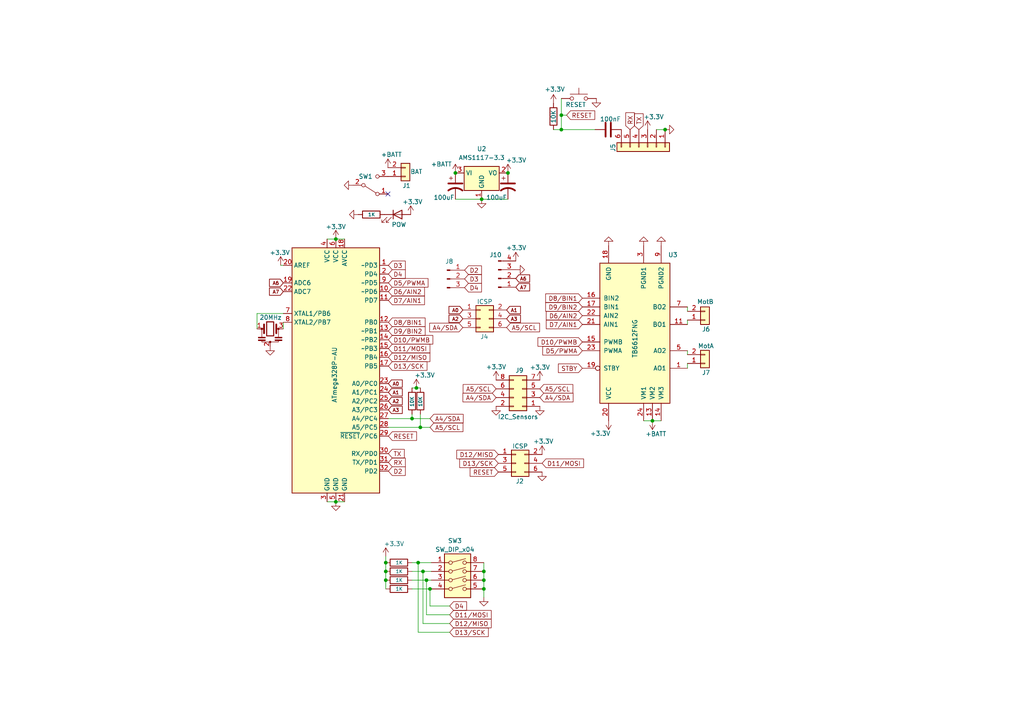
<source format=kicad_sch>
(kicad_sch (version 20230121) (generator eeschema)
  (paper "A4")
  (lib_symbols
    (symbol "ATmega328P-A_1"
      (property "Value" "ATmega328P-AU " (at -0.381 -9.398 90))
      (symbol "ATmega328P-A_1_0_1"
        (rectangle (start -12.7 -35.56) (end 12.7 35.56) (stroke (width 0.254)) (fill (type background)))
      )
      (symbol "ATmega328P-A_1_1_1"
        (pin bidirectional line (at 15.24 30.48 180) (length 2.54) (name "~PD3") (number "1"))
        (pin bidirectional line (at 15.24 22.86 180) (length 2.54) (name "~PD6") (number "10"))
        (pin bidirectional line (at 15.24 20.32 180) (length 2.54) (name "PD7") (number "11"))
        (pin bidirectional line (at 15.24 13.97 180) (length 2.54) (name "PB0") (number "12"))
        (pin bidirectional line (at 15.24 11.43 180) (length 2.54) (name "~PB1") (number "13"))
        (pin bidirectional line (at 15.24 8.89 180) (length 2.54) (name "~PB2") (number "14"))
        (pin bidirectional line (at 15.24 6.35 180) (length 2.54) (name "~PB3") (number "15"))
        (pin bidirectional line (at 15.24 3.81 180) (length 2.54) (name "PB4") (number "16"))
        (pin bidirectional line (at 15.24 1.27 180) (length 2.54) (name "PB5") (number "17"))
        (pin power_in line (at 2.54 38.1 270) (length 2.54) (name "AVCC") (number "18"))
        (pin input line (at -15.24 25.4 0) (length 2.54) (name "ADC6") (number "19"))
        (pin bidirectional line (at 15.24 27.94 180) (length 2.54) (name "PD4") (number "2"))
        (pin passive line (at -15.24 30.48 0) (length 2.54) (name "AREF") (number "20"))
        (pin passive line (at 2.54 -38.1 90) (length 2.54) (name "GND") (number "21"))
        (pin input line (at -15.24 22.86 0) (length 2.54) (name "ADC7") (number "22"))
        (pin bidirectional line (at 15.24 -3.81 180) (length 2.54) (name "A0/PC0") (number "23"))
        (pin bidirectional line (at 15.24 -6.35 180) (length 2.54) (name "A1/PC1") (number "24"))
        (pin bidirectional line (at 15.24 -8.89 180) (length 2.54) (name "A2/PC2") (number "25"))
        (pin bidirectional line (at 15.24 -11.43 180) (length 2.54) (name "A3/PC3") (number "26"))
        (pin bidirectional line (at 15.24 -13.97 180) (length 2.54) (name "A4/PC4") (number "27"))
        (pin bidirectional line (at 15.24 -16.51 180) (length 2.54) (name "A5/PC5") (number "28"))
        (pin bidirectional line (at 15.24 -19.05 180) (length 2.54) (name "~{RESET}/PC6") (number "29"))
        (pin power_in line (at -2.54 -38.1 90) (length 2.54) (name "GND") (number "3"))
        (pin bidirectional line (at 15.24 -24.13 180) (length 2.54) (name "RX/PD0") (number "30"))
        (pin bidirectional line (at 15.24 -26.67 180) (length 2.54) (name "TX/PD1") (number "31"))
        (pin bidirectional line (at 15.24 -29.21 180) (length 2.54) (name "PD2") (number "32"))
        (pin power_in line (at -2.54 38.1 270) (length 2.54) (name "VCC") (number "4"))
        (pin passive line (at 0 -38.1 90) (length 2.54) (name "GND") (number "5"))
        (pin passive line (at 0 38.1 270) (length 2.54) (name "VCC") (number "6"))
        (pin bidirectional line (at -15.24 16.51 0) (length 2.54) (name "XTAL1/PB6") (number "7"))
        (pin bidirectional line (at -15.24 13.97 0) (length 2.54) (name "XTAL2/PB7") (number "8"))
        (pin bidirectional line (at 15.24 25.4 180) (length 2.54) (name "~PD5") (number "9"))
      )
    )
    (symbol "Connector:Conn_01x03_Pin" (pin_names (offset 1.016) hide)
      (property "Reference" "J" (at 0 5.08 0))
      (property "Value" "Conn_01x03_Pin" (at 0 -5.08 0))
      (symbol "Conn_01x03_Pin_1_1"
        (polyline (pts (xy 1.27 -2.54) (xy 0.8636 -2.54)) (stroke (width 0.1524)))
        (polyline (pts (xy 1.27 0) (xy 0.8636 0)) (stroke (width 0.1524)))
        (polyline (pts (xy 1.27 2.54) (xy 0.8636 2.54)) (stroke (width 0.1524)))
        (rectangle (start 0.8636 -2.413) (end 0 -2.667) (stroke (width 0.1524)) (fill (type outline)))
        (rectangle (start 0.8636 0.127) (end 0 -0.127) (stroke (width 0.1524)) (fill (type outline)))
        (rectangle (start 0.8636 2.667) (end 0 2.413) (stroke (width 0.1524)) (fill (type outline)))
        (pin passive line (at 5.08 2.54 180) (length 3.81) (name "Pin_1") (number "1"))
        (pin passive line (at 5.08 0 180) (length 3.81) (name "Pin_2") (number "2"))
        (pin passive line (at 5.08 -2.54 180) (length 3.81) (name "Pin_3") (number "3"))
      )
    )
    (symbol "Connector:Conn_01x04_Pin" (pin_names (offset 1.016) hide)
      (property "Reference" "J" (at 0 5.08 0))
      (property "Value" "Conn_01x04_Pin" (at 0 -7.62 0))
      (symbol "Conn_01x04_Pin_1_1"
        (polyline (pts (xy 1.27 -5.08) (xy 0.8636 -5.08)) (stroke (width 0.1524)))
        (polyline (pts (xy 1.27 -2.54) (xy 0.8636 -2.54)) (stroke (width 0.1524)))
        (polyline (pts (xy 1.27 0) (xy 0.8636 0)) (stroke (width 0.1524)))
        (polyline (pts (xy 1.27 2.54) (xy 0.8636 2.54)) (stroke (width 0.1524)))
        (rectangle (start 0.8636 -4.953) (end 0 -5.207) (stroke (width 0.1524)) (fill (type outline)))
        (rectangle (start 0.8636 -2.413) (end 0 -2.667) (stroke (width 0.1524)) (fill (type outline)))
        (rectangle (start 0.8636 0.127) (end 0 -0.127) (stroke (width 0.1524)) (fill (type outline)))
        (rectangle (start 0.8636 2.667) (end 0 2.413) (stroke (width 0.1524)) (fill (type outline)))
        (pin passive line (at 5.08 2.54 180) (length 3.81) (name "Pin_1") (number "1"))
        (pin passive line (at 5.08 0 180) (length 3.81) (name "Pin_2") (number "2"))
        (pin passive line (at 5.08 -2.54 180) (length 3.81) (name "Pin_3") (number "3"))
        (pin passive line (at 5.08 -5.08 180) (length 3.81) (name "Pin_4") (number "4"))
      )
    )
    (symbol "Connector_Generic:Conn_01x02" (pin_names (offset 1.016) hide)
      (property "Reference" "J" (at 0 2.54 0))
      (property "Value" "Conn_01x02" (at 0 -5.08 0))
      (symbol "Conn_01x02_1_1"
        (rectangle (start -1.27 -2.413) (end 0 -2.667) (stroke (width 0.1524)))
        (rectangle (start -1.27 0.127) (end 0 -0.127) (stroke (width 0.1524)))
        (rectangle (start -1.27 1.27) (end 1.27 -3.81) (stroke (width 0.254)) (fill (type background)))
        (pin passive line (at -5.08 0 0) (length 3.81) (name "Pin_1") (number "1"))
        (pin passive line (at -5.08 -2.54 0) (length 3.81) (name "Pin_2") (number "2"))
      )
    )
    (symbol "Connector_Generic:Conn_02x03_Odd_Even" (pin_names (offset 1.016) hide)
      (property "Reference" "J" (at 1.27 5.08 0))
      (property "Value" "Conn_02x03_Odd_Even" (at 1.27 -5.08 0))
      (symbol "Conn_02x03_Odd_Even_1_1"
        (rectangle (start -1.27 -2.413) (end 0 -2.667) (stroke (width 0.1524)))
        (rectangle (start -1.27 0.127) (end 0 -0.127) (stroke (width 0.1524)))
        (rectangle (start -1.27 2.667) (end 0 2.413) (stroke (width 0.1524)))
        (rectangle (start -1.27 3.81) (end 3.81 -3.81) (stroke (width 0.254)) (fill (type background)))
        (rectangle (start 3.81 -2.413) (end 2.54 -2.667) (stroke (width 0.1524)))
        (rectangle (start 3.81 0.127) (end 2.54 -0.127) (stroke (width 0.1524)))
        (rectangle (start 3.81 2.667) (end 2.54 2.413) (stroke (width 0.1524)))
        (pin passive line (at -5.08 2.54 0) (length 3.81) (name "Pin_1") (number "1"))
        (pin passive line (at 7.62 2.54 180) (length 3.81) (name "Pin_2") (number "2"))
        (pin passive line (at -5.08 0 0) (length 3.81) (name "Pin_3") (number "3"))
        (pin passive line (at 7.62 0 180) (length 3.81) (name "Pin_4") (number "4"))
        (pin passive line (at -5.08 -2.54 0) (length 3.81) (name "Pin_5") (number "5"))
        (pin passive line (at 7.62 -2.54 180) (length 3.81) (name "Pin_6") (number "6"))
      )
    )
    (symbol "Connector_Generic:Conn_02x04_Odd_Even" (pin_names (offset 1.016) hide)
      (property "Reference" "J" (at 1.27 5.08 0))
      (property "Value" "Conn_02x04_Odd_Even" (at 1.27 -7.62 0))
      (symbol "Conn_02x04_Odd_Even_1_1"
        (rectangle (start -1.27 -4.953) (end 0 -5.207) (stroke (width 0.1524)))
        (rectangle (start -1.27 -2.413) (end 0 -2.667) (stroke (width 0.1524)))
        (rectangle (start -1.27 0.127) (end 0 -0.127) (stroke (width 0.1524)))
        (rectangle (start -1.27 2.667) (end 0 2.413) (stroke (width 0.1524)))
        (rectangle (start -1.27 3.81) (end 3.81 -6.35) (stroke (width 0.254)) (fill (type background)))
        (rectangle (start 3.81 -4.953) (end 2.54 -5.207) (stroke (width 0.1524)))
        (rectangle (start 3.81 -2.413) (end 2.54 -2.667) (stroke (width 0.1524)))
        (rectangle (start 3.81 0.127) (end 2.54 -0.127) (stroke (width 0.1524)))
        (rectangle (start 3.81 2.667) (end 2.54 2.413) (stroke (width 0.1524)))
        (pin passive line (at -5.08 2.54 0) (length 3.81) (name "Pin_1") (number "1"))
        (pin passive line (at 7.62 2.54 180) (length 3.81) (name "Pin_2") (number "2"))
        (pin passive line (at -5.08 0 0) (length 3.81) (name "Pin_3") (number "3"))
        (pin passive line (at 7.62 0 180) (length 3.81) (name "Pin_4") (number "4"))
        (pin passive line (at -5.08 -2.54 0) (length 3.81) (name "Pin_5") (number "5"))
        (pin passive line (at 7.62 -2.54 180) (length 3.81) (name "Pin_6") (number "6"))
        (pin passive line (at -5.08 -5.08 0) (length 3.81) (name "Pin_7") (number "7"))
        (pin passive line (at 7.62 -5.08 180) (length 3.81) (name "Pin_8") (number "8"))
      )
    )
    (symbol "Connector_Generic_MountingPin:Conn_01x06_MountingPin" (pin_names (offset 1.016) hide)
      (symbol "Conn_01x06_MountingPin_1_1"
        (rectangle (start -1.27 -7.493) (end 0 -7.747) (stroke (width 0.1524)))
        (rectangle (start -1.27 -4.953) (end 0 -5.207) (stroke (width 0.1524)))
        (rectangle (start -1.27 -2.413) (end 0 -2.667) (stroke (width 0.1524)))
        (rectangle (start -1.27 0.127) (end 0 -0.127) (stroke (width 0.1524)))
        (rectangle (start -1.27 2.667) (end 0 2.413) (stroke (width 0.1524)))
        (rectangle (start -1.27 5.207) (end 0 4.953) (stroke (width 0.1524)))
        (rectangle (start -1.27 6.35) (end 1.27 -8.89) (stroke (width 0.254)) (fill (type background)))
        (pin passive line (at -5.08 5.08 0) (length 3.81) (name "Pin_1") (number "1"))
        (pin passive line (at -5.08 2.54 0) (length 3.81) (name "Pin_2") (number "2"))
        (pin passive line (at -5.08 0 0) (length 3.81) (name "Pin_3") (number "3"))
        (pin passive line (at -5.08 -2.54 0) (length 3.81) (name "Pin_4") (number "4"))
        (pin passive line (at -5.08 -5.08 0) (length 3.81) (name "Pin_5") (number "5"))
        (pin passive line (at -5.08 -7.62 0) (length 3.81) (name "Pin_6") (number "6"))
      )
    )
    (symbol "Device:C" (pin_numbers hide) (pin_names (offset 0.254))
      (property "Reference" "C" (at 0.635 2.54 0))
      (property "Value" "C" (at 0.635 -2.54 0))
      (symbol "C_0_1"
        (polyline (pts (xy -2.032 -0.762) (xy 2.032 -0.762)) (stroke (width 0.508)))
        (polyline (pts (xy -2.032 0.762) (xy 2.032 0.762)) (stroke (width 0.508)))
      )
      (symbol "C_1_1"
        (pin passive line (at 0 3.81 270) (length 2.794) (name "~") (number "1"))
        (pin passive line (at 0 -3.81 90) (length 2.794) (name "~") (number "2"))
      )
    )
    (symbol "Device:C_Polarized_US" (pin_numbers hide) (pin_names (offset 0.254) hide)
      (property "Reference" "C" (at 0.635 2.54 0))
      (property "Value" "C_Polarized_US" (at 0.635 -2.54 0))
      (symbol "C_Polarized_US_0_1"
        (polyline (pts (xy -2.032 0.762) (xy 2.032 0.762)) (stroke (width 0.508)))
        (polyline (pts (xy -1.778 2.286) (xy -0.762 2.286)))
        (polyline (pts (xy -1.27 1.778) (xy -1.27 2.794)))
        (arc (start 2.032 -1.27) (mid 0 -0.5572) (end -2.032 -1.27) (stroke (width 0.508)))
      )
      (symbol "C_Polarized_US_1_1"
        (pin passive line (at 0 3.81 270) (length 2.794) (name "~") (number "1"))
        (pin passive line (at 0 -3.81 90) (length 3.302) (name "~") (number "2"))
      )
    )
    (symbol "Device:LED" (pin_numbers hide) (pin_names (offset 1.016) hide)
      (property "Reference" "D" (at 0 2.54 0))
      (property "Value" "LED" (at 0 -2.54 0))
      (symbol "LED_0_1"
        (polyline (pts (xy -1.27 -1.27) (xy -1.27 1.27)) (stroke (width 0.254)))
        (polyline (pts (xy -1.27 0) (xy 1.27 0)))
        (polyline (pts (xy 1.27 -1.27) (xy 1.27 1.27) (xy -1.27 0) (xy 1.27 -1.27)) (stroke (width 0.254)))
        (polyline (pts (xy -3.048 -0.762) (xy -4.572 -2.286) (xy -3.81 -2.286) (xy -4.572 -2.286) (xy -4.572 -1.524)))
        (polyline (pts (xy -1.778 -0.762) (xy -3.302 -2.286) (xy -2.54 -2.286) (xy -3.302 -2.286) (xy -3.302 -1.524)))
      )
      (symbol "LED_1_1"
        (pin passive line (at -3.81 0 0) (length 2.54) (name "K") (number "1"))
        (pin passive line (at 3.81 0 180) (length 2.54) (name "A") (number "2"))
      )
    )
    (symbol "Device:R" (pin_numbers hide) (pin_names (offset 0))
      (property "Reference" "R" (at 2.032 0 90))
      (property "Value" "R" (at 0 0 90))
      (symbol "R_0_1"
        (rectangle (start -1.016 -2.54) (end 1.016 2.54) (stroke (width 0.254)))
      )
      (symbol "R_1_1"
        (pin passive line (at 0 3.81 270) (length 1.27) (name "~") (number "1"))
        (pin passive line (at 0 -3.81 90) (length 1.27) (name "~") (number "2"))
      )
    )
    (symbol "Device:Resonator" (pin_names (offset 1.016) hide)
      (property "Reference" "Y" (at 0 5.715 0))
      (property "Value" "Resonator" (at 0 3.81 0))
      (symbol "Resonator_0_1"
        (rectangle (start -3.429 -3.175) (end -1.397 -3.429) (fill (type outline)))
        (rectangle (start -3.429 -2.413) (end -1.397 -2.667) (fill (type outline)))
        (circle (center -2.413 0) (radius 0.254) (fill (type outline)))
        (rectangle (start -1.016 2.032) (end 1.016 -2.032) (stroke (width 0.3048)))
        (circle (center 0 -3.81) (radius 0.254) (fill (type outline)))
        (polyline (pts (xy -2.413 -2.413) (xy -2.413 0)))
        (polyline (pts (xy -1.905 0) (xy -3.175 0)))
        (polyline (pts (xy -1.778 -1.27) (xy -1.778 1.27)) (stroke (width 0.508)))
        (polyline (pts (xy 1.778 -1.27) (xy 1.778 1.27)) (stroke (width 0.508)))
        (polyline (pts (xy 1.905 0) (xy 2.54 0)))
        (polyline (pts (xy 2.413 0) (xy 2.413 -2.54)))
        (polyline (pts (xy 2.413 -3.302) (xy 2.413 -3.81) (xy -2.413 -3.81) (xy -2.413 -3.302)))
        (rectangle (start 1.397 -3.175) (end 3.429 -3.429) (fill (type outline)))
        (rectangle (start 1.397 -2.413) (end 3.429 -2.667) (fill (type outline)))
        (circle (center 2.413 0) (radius 0.254) (fill (type outline)))
      )
      (symbol "Resonator_1_1"
        (pin passive line (at -3.81 0 0) (length 1.27) (name "1") (number "1"))
        (pin passive line (at 0 -5.08 90) (length 1.27) (name "2") (number "2"))
        (pin passive line (at 3.81 0 180) (length 1.27) (name "3") (number "3"))
      )
    )
    (symbol "Driver_Motor:TB6612FNG" (pin_names (offset 1.016))
      (property "Reference" "U" (at 11.43 17.78 0))
      (property "Value" "TB6612FNG" (at 11.43 15.24 0))
      (symbol "TB6612FNG_0_1"
        (rectangle (start -10.16 20.32) (end 10.16 -20.32) (stroke (width 0.254)) (fill (type background)))
      )
      (symbol "TB6612FNG_1_1"
        (pin output line (at 15.24 10.16 180) (length 5.08) (name "AO1") (number "1"))
        (pin passive line (at 7.62 -25.4 90) (length 5.08) hide (name "PGND2") (number "10"))
        (pin output line (at 15.24 -2.54 180) (length 5.08) (name "BO1") (number "11"))
        (pin passive line (at 15.24 -2.54 180) (length 5.08) hide (name "BO1") (number "12"))
        (pin power_in line (at 5.08 25.4 270) (length 5.08) (name "VM2") (number "13"))
        (pin power_in line (at 7.62 25.4 270) (length 5.08) (name "VM3") (number "14"))
        (pin input line (at -15.24 2.54 0) (length 5.08) (name "PWMB") (number "15"))
        (pin input line (at -15.24 -10.16 0) (length 5.08) (name "BIN2") (number "16"))
        (pin input line (at -15.24 -7.62 0) (length 5.08) (name "BIN1") (number "17"))
        (pin power_in line (at -7.62 -25.4 90) (length 5.08) (name "GND") (number "18"))
        (pin input inverted (at -15.24 10.16 0) (length 5.08) (name "STBY") (number "19"))
        (pin passive line (at 15.24 10.16 180) (length 5.08) hide (name "AO1") (number "2"))
        (pin power_in line (at -7.62 25.4 270) (length 5.08) (name "VCC") (number "20"))
        (pin input line (at -15.24 -2.54 0) (length 5.08) (name "AIN1") (number "21"))
        (pin input line (at -15.24 -5.08 0) (length 5.08) (name "AIN2") (number "22"))
        (pin input line (at -15.24 5.08 0) (length 5.08) (name "PWMA") (number "23"))
        (pin power_in line (at 2.54 25.4 270) (length 5.08) (name "VM1") (number "24"))
        (pin power_in line (at 2.54 -25.4 90) (length 5.08) (name "PGND1") (number "3"))
        (pin passive line (at 2.54 -25.4 90) (length 5.08) hide (name "PGND1") (number "4"))
        (pin output line (at 15.24 5.08 180) (length 5.08) (name "AO2") (number "5"))
        (pin passive line (at 15.24 5.08 180) (length 5.08) hide (name "AO2") (number "6"))
        (pin output line (at 15.24 -7.62 180) (length 5.08) (name "BO2") (number "7"))
        (pin passive line (at 15.24 -7.62 180) (length 5.08) hide (name "BO2") (number "8"))
        (pin power_in line (at 7.62 -25.4 90) (length 5.08) (name "PGND2") (number "9"))
      )
    )
    (symbol "Regulator_Linear:AMS1117-3.3"
      (property "Reference" "U" (at -3.81 3.175 0))
      (property "Value" "AMS1117-3.3" (at 0 3.175 0))
      (symbol "AMS1117-3.3_0_1"
        (rectangle (start -5.08 -5.08) (end 5.08 1.905) (stroke (width 0.254)) (fill (type background)))
      )
      (symbol "AMS1117-3.3_1_1"
        (pin power_in line (at 0 -7.62 90) (length 2.54) (name "GND") (number "1"))
        (pin power_out line (at 7.62 0 180) (length 2.54) (name "VO") (number "2"))
        (pin power_in line (at -7.62 0 0) (length 2.54) (name "VI") (number "3"))
      )
    )
    (symbol "Switch:SW_DIP_x04" (pin_names (offset 0) hide)
      (property "Reference" "SW" (at 0 8.89 0))
      (property "Value" "SW_DIP_x04" (at 0 -6.35 0))
      (symbol "SW_DIP_x04_0_0"
        (circle (center -2.032 -2.54) (radius 0.508))
        (circle (center -2.032 0) (radius 0.508))
        (circle (center -2.032 2.54) (radius 0.508))
        (circle (center -2.032 5.08) (radius 0.508))
        (polyline (pts (xy -1.524 -2.3876) (xy 2.3622 -1.3462)))
        (polyline (pts (xy -1.524 0.127) (xy 2.3622 1.1684)))
        (polyline (pts (xy -1.524 2.667) (xy 2.3622 3.7084)))
        (polyline (pts (xy -1.524 5.207) (xy 2.3622 6.2484)))
        (circle (center 2.032 -2.54) (radius 0.508))
        (circle (center 2.032 0) (radius 0.508))
        (circle (center 2.032 2.54) (radius 0.508))
        (circle (center 2.032 5.08) (radius 0.508))
      )
      (symbol "SW_DIP_x04_0_1"
        (rectangle (start -3.81 7.62) (end 3.81 -5.08) (stroke (width 0.254)) (fill (type background)))
      )
      (symbol "SW_DIP_x04_1_1"
        (pin passive line (at -7.62 5.08 0) (length 5.08) (name "~") (number "1"))
        (pin passive line (at -7.62 2.54 0) (length 5.08) (name "~") (number "2"))
        (pin passive line (at -7.62 0 0) (length 5.08) (name "~") (number "3"))
        (pin passive line (at -7.62 -2.54 0) (length 5.08) (name "~") (number "4"))
        (pin passive line (at 7.62 -2.54 180) (length 5.08) (name "~") (number "5"))
        (pin passive line (at 7.62 0 180) (length 5.08) (name "~") (number "6"))
        (pin passive line (at 7.62 2.54 180) (length 5.08) (name "~") (number "7"))
        (pin passive line (at 7.62 5.08 180) (length 5.08) (name "~") (number "8"))
      )
    )
    (symbol "Switch:SW_Push" (pin_numbers hide) (pin_names (offset 1.016) hide)
      (property "Reference" "SW" (at 1.27 2.54 0))
      (property "Value" "SW_Push" (at 0 -1.524 0))
      (symbol "SW_Push_0_1"
        (circle (center -2.032 0) (radius 0.508))
        (polyline (pts (xy 0 1.27) (xy 0 3.048)))
        (polyline (pts (xy 2.54 1.27) (xy -2.54 1.27)))
        (circle (center 2.032 0) (radius 0.508))
        (pin passive line (at -5.08 0 0) (length 2.54) (name "1") (number "1"))
        (pin passive line (at 5.08 0 180) (length 2.54) (name "2") (number "2"))
      )
    )
    (symbol "Switch:SW_SPDT" (pin_names (offset 0) hide)
      (property "Reference" "SW" (at 0 4.318 0))
      (property "Value" "SW_SPDT" (at 0 -5.08 0))
      (symbol "SW_SPDT_0_0"
        (circle (center -2.032 0) (radius 0.508))
        (circle (center 2.032 -2.54) (radius 0.508))
      )
      (symbol "SW_SPDT_0_1"
        (polyline (pts (xy -1.524 0.254) (xy 1.651 2.286)))
        (circle (center 2.032 2.54) (radius 0.508))
      )
      (symbol "SW_SPDT_1_1"
        (pin passive line (at 5.08 2.54 180) (length 2.54) (name "A") (number "1"))
        (pin passive line (at -5.08 0 0) (length 2.54) (name "B") (number "2"))
        (pin passive line (at 5.08 -2.54 180) (length 2.54) (name "C") (number "3"))
      )
    )
    (symbol "power:+3.3V" (power) (pin_names (offset 0))
      (property "Value" "+3.3V" (at 0 3.556 0))
      (symbol "+3.3V_0_1"
        (polyline (pts (xy -0.762 1.27) (xy 0 2.54)))
        (polyline (pts (xy 0 0) (xy 0 2.54)))
        (polyline (pts (xy 0 2.54) (xy 0.762 1.27)))
      )
      (symbol "+3.3V_1_1"
        (pin power_in line (at 0 0 90) (length 0) hide (name "+3.3V") (number "1"))
      )
    )
    (symbol "power:+BATT" (power) (pin_names (offset 0))
      (property "Value" "+BATT" (at 0 3.556 0))
      (symbol "+BATT_0_1"
        (polyline (pts (xy -0.762 1.27) (xy 0 2.54)))
        (polyline (pts (xy 0 0) (xy 0 2.54)))
        (polyline (pts (xy 0 2.54) (xy 0.762 1.27)))
      )
      (symbol "+BATT_1_1"
        (pin power_in line (at 0 0 90) (length 0) hide (name "+BATT") (number "1"))
      )
    )
    (symbol "power:GND" (power) (pin_names (offset 0))
      (property "Value" "GND" (at 0 -3.81 0))
      (symbol "GND_0_1"
        (polyline (pts (xy 0 0) (xy 0 -1.27) (xy 1.27 -1.27) (xy 0 -2.54) (xy -1.27 -1.27) (xy 0 -1.27)))
      )
      (symbol "GND_1_1"
        (pin power_in line (at 0 0 270) (length 0) hide (name "GND") (number "1"))
      )
    )
  )
  (junction (at 162.814 37.592))
  (junction (at 140.335 165.735))
  (junction (at 147.32 50.165))
  (junction (at 111.887 163.195))
  (junction (at 189.23 122.047))
  (junction (at 124.714 170.815))
  (junction (at 162.814 33.401))
  (junction (at 192.913 37.592))
  (junction (at 97.409 145.542))
  (junction (at 119.507 121.412))
  (junction (at 111.887 165.735))
  (junction (at 111.887 168.275))
  (junction (at 140.335 170.815))
  (junction (at 120.777 112.522))
  (junction (at 97.409 69.342))
  (junction (at 122.682 165.735))
  (junction (at 140.335 168.275))
  (junction (at 139.7 57.785))
  (junction (at 121.92 123.952))
  (junction (at 132.08 50.165))
  (junction (at 123.698 168.275))
  (junction (at 121.285 163.195))
  (no_connect (at 112.522 56.261))
  (wire (pts (xy 124.714 175.768) (xy 124.714 170.815)))
  (wire (pts (xy 122.682 180.848) (xy 122.682 165.735)))
  (wire (pts (xy 124.714 123.952) (xy 121.92 123.952)))
  (wire (pts (xy 119.507 163.195) (xy 121.285 163.195)))
  (wire (pts (xy 124.714 121.412) (xy 119.507 121.412)))
  (wire (pts (xy 111.887 165.735) (xy 111.887 168.275)))
  (wire (pts (xy 119.507 121.412) (xy 112.649 121.412)))
  (wire (pts (xy 74.549 95.377) (xy 74.549 90.932)))
  (wire (pts (xy 140.335 173.228) (xy 140.335 170.815)))
  (wire (pts (xy 199.39 102.87) (xy 199.39 101.727)))
  (wire (pts (xy 119.507 168.275) (xy 123.698 168.275)))
  (wire (pts (xy 111.887 168.275) (xy 111.887 170.815)))
  (wire (pts (xy 130.429 178.308) (xy 123.698 178.308)))
  (wire (pts (xy 130.429 183.388) (xy 121.285 183.388)))
  (wire (pts (xy 123.698 168.275) (xy 125.095 168.275)))
  (wire (pts (xy 162.814 37.592) (xy 172.593 37.592)))
  (wire (pts (xy 120.777 112.522) (xy 121.92 112.522)))
  (wire (pts (xy 119.507 120.142) (xy 119.507 121.412)))
  (wire (pts (xy 111.887 163.195) (xy 111.887 165.735)))
  (wire (pts (xy 97.409 69.342) (xy 99.949 69.342)))
  (wire (pts (xy 140.335 163.195) (xy 140.335 165.735)))
  (wire (pts (xy 111.887 161.417) (xy 111.887 163.195)))
  (wire (pts (xy 123.698 178.308) (xy 123.698 168.275)))
  (wire (pts (xy 186.69 122.047) (xy 189.23 122.047)))
  (wire (pts (xy 82.169 95.377) (xy 82.169 93.472)))
  (wire (pts (xy 121.92 120.142) (xy 121.92 123.952)))
  (wire (pts (xy 94.869 145.542) (xy 97.409 145.542)))
  (wire (pts (xy 119.507 165.735) (xy 122.682 165.735)))
  (wire (pts (xy 130.429 180.848) (xy 122.682 180.848)))
  (wire (pts (xy 124.714 170.815) (xy 125.095 170.815)))
  (wire (pts (xy 140.335 165.735) (xy 140.335 168.275)))
  (wire (pts (xy 162.814 33.401) (xy 162.814 37.592)))
  (wire (pts (xy 132.08 57.785) (xy 139.7 57.785)))
  (wire (pts (xy 97.409 145.542) (xy 99.949 145.542)))
  (wire (pts (xy 94.869 69.342) (xy 97.409 69.342)))
  (wire (pts (xy 139.7 57.785) (xy 147.32 57.785)))
  (wire (pts (xy 81.407 76.962) (xy 82.169 76.962)))
  (wire (pts (xy 121.285 163.195) (xy 125.095 163.195)))
  (wire (pts (xy 121.92 123.952) (xy 112.649 123.952)))
  (wire (pts (xy 74.549 90.932) (xy 82.169 90.932)))
  (wire (pts (xy 164.338 33.401) (xy 162.814 33.401)))
  (wire (pts (xy 189.23 122.047) (xy 191.77 122.047)))
  (wire (pts (xy 160.528 37.592) (xy 162.814 37.592)))
  (wire (pts (xy 122.682 165.735) (xy 125.095 165.735)))
  (wire (pts (xy 199.39 89.027) (xy 199.39 90.297)))
  (wire (pts (xy 121.285 183.388) (xy 121.285 163.195)))
  (wire (pts (xy 190.373 37.592) (xy 192.913 37.592)))
  (wire (pts (xy 140.335 168.275) (xy 140.335 170.815)))
  (wire (pts (xy 199.39 105.41) (xy 199.39 106.807)))
  (wire (pts (xy 119.507 112.522) (xy 120.777 112.522)))
  (wire (pts (xy 162.814 28.575) (xy 162.814 33.401)))
  (wire (pts (xy 119.507 170.815) (xy 124.714 170.815)))
  (wire (pts (xy 199.39 92.837) (xy 199.39 94.107)))
  (wire (pts (xy 130.429 175.768) (xy 124.714 175.768)))
  (global_label "D8{slash}BIN1" (shape input) (at 112.649 93.472 0) (property "Intersheetrefs" "${INTERSHEET_REFS}" (effects hide)))
  (global_label "D11{slash}MOSI" (shape input) (at 157.226 134.366 0) (property "Intersheetrefs" "${INTERSHEET_REFS}" (effects hide)))
  (global_label "A5{slash}SCL" (shape input) (at 143.891 112.776 180) (property "Intersheetrefs" "${INTERSHEET_REFS}" (effects hide)))
  (global_label "A6" (shape input) (at 149.606 80.772 0) (effects (font (size 1 1) (thickness 0.2) bold)) (property "Intersheetrefs" "${INTERSHEET_REFS}" (effects hide)))
  (global_label "A7" (shape input) (at 149.606 83.312 0) (effects (font (size 1 1) (thickness 0.2) bold)) (property "Intersheetrefs" "${INTERSHEET_REFS}" (effects hide)))
  (global_label "D12{slash}MISO" (shape input) (at 130.429 180.848 0) (property "Intersheetrefs" "${INTERSHEET_REFS}" (effects hide)))
  (global_label "RESET" (shape input) (at 164.338 33.401 0) (property "Intersheetrefs" "${INTERSHEET_REFS}" (effects hide)))
  (global_label "D10{slash}PWMB" (shape input) (at 168.91 99.187 180) (property "Intersheetrefs" "${INTERSHEET_REFS}" (effects hide)))
  (global_label "D11{slash}MOSI" (shape input) (at 130.429 178.308 0) (property "Intersheetrefs" "${INTERSHEET_REFS}" (effects hide)))
  (global_label "A7" (shape input) (at 82.169 84.582 180) (effects (font (size 1 1) (thickness 0.2) bold)) (property "Intersheetrefs" "${INTERSHEET_REFS}" (effects hide)))
  (global_label "D7{slash}AIN1" (shape input) (at 168.91 94.107 180) (property "Intersheetrefs" "${INTERSHEET_REFS}" (effects hide)))
  (global_label "D8{slash}BIN1" (shape input) (at 168.91 86.487 180) (property "Intersheetrefs" "${INTERSHEET_REFS}" (effects hide)))
  (global_label "STBY" (shape input) (at 168.91 106.807 180) (property "Intersheetrefs" "${INTERSHEET_REFS}" (effects hide)))
  (global_label "A3" (shape input) (at 146.939 92.456 0) (effects (font (size 1 1) (thickness 0.2) bold)) (property "Intersheetrefs" "${INTERSHEET_REFS}" (effects hide)))
  (global_label "A5{slash}SCL" (shape input) (at 146.939 94.996 0) (property "Intersheetrefs" "${INTERSHEET_REFS}" (effects hide)))
  (global_label "D11{slash}MOSI" (shape input) (at 112.649 101.092 0) (property "Intersheetrefs" "${INTERSHEET_REFS}" (effects hide)))
  (global_label "D5{slash}PWMA" (shape input) (at 168.91 101.727 180) (property "Intersheetrefs" "${INTERSHEET_REFS}" (effects hide)))
  (global_label "A6" (shape input) (at 82.169 82.042 180) (effects (font (size 1 1) (thickness 0.2) bold)) (property "Intersheetrefs" "${INTERSHEET_REFS}" (effects hide)))
  (global_label "RX" (shape input) (at 112.649 134.112 0) (property "Intersheetrefs" "${INTERSHEET_REFS}" (effects hide)))
  (global_label "TX" (shape input) (at 185.293 37.592 90) (property "Intersheetrefs" "${INTERSHEET_REFS}" (effects hide)))
  (global_label "A4{slash}SDA" (shape input) (at 156.591 115.316 0) (property "Intersheetrefs" "${INTERSHEET_REFS}" (effects hide)))
  (global_label "D9{slash}BIN2" (shape input) (at 112.649 96.012 0) (property "Intersheetrefs" "${INTERSHEET_REFS}" (effects hide)))
  (global_label "D4" (shape input) (at 130.429 175.768 0) (property "Intersheetrefs" "${INTERSHEET_REFS}" (effects hide)))
  (global_label "D13{slash}SCK" (shape input) (at 130.429 183.388 0) (property "Intersheetrefs" "${INTERSHEET_REFS}" (effects hide)))
  (global_label "D12{slash}MISO" (shape input) (at 144.526 131.826 180) (property "Intersheetrefs" "${INTERSHEET_REFS}" (effects hide)))
  (global_label "D3" (shape input) (at 112.649 76.962 0) (property "Intersheetrefs" "${INTERSHEET_REFS}" (effects hide)))
  (global_label "D5{slash}PWMA" (shape input) (at 112.649 82.042 0) (property "Intersheetrefs" "${INTERSHEET_REFS}" (effects hide)))
  (global_label "RESET" (shape input) (at 112.649 126.492 0) (property "Intersheetrefs" "${INTERSHEET_REFS}" (effects hide)))
  (global_label "A5{slash}SCL" (shape input) (at 156.591 112.776 0) (property "Intersheetrefs" "${INTERSHEET_REFS}" (effects hide)))
  (global_label "RESET" (shape input) (at 144.526 136.906 180) (property "Intersheetrefs" "${INTERSHEET_REFS}" (effects hide)))
  (global_label "RX" (shape input) (at 182.753 37.592 90) (property "Intersheetrefs" "${INTERSHEET_REFS}" (effects hide)))
  (global_label "D4" (shape input) (at 112.649 79.502 0) (property "Intersheetrefs" "${INTERSHEET_REFS}" (effects hide)))
  (global_label "D12{slash}MISO" (shape input) (at 112.649 103.632 0) (property "Intersheetrefs" "${INTERSHEET_REFS}" (effects hide)))
  (global_label "A1" (shape input) (at 112.649 113.792 0) (effects (font (size 1 1) (thickness 0.2) bold)) (property "Intersheetrefs" "${INTERSHEET_REFS}" (effects hide)))
  (global_label "A4{slash}SDA" (shape input) (at 143.891 115.316 180) (property "Intersheetrefs" "${INTERSHEET_REFS}" (effects hide)))
  (global_label "D7{slash}AIN1" (shape input) (at 112.649 87.122 0) (property "Intersheetrefs" "${INTERSHEET_REFS}" (effects hide)))
  (global_label "D10{slash}PWMB" (shape input) (at 112.649 98.552 0) (property "Intersheetrefs" "${INTERSHEET_REFS}" (effects hide)))
  (global_label "D13{slash}SCK" (shape input) (at 144.526 134.366 180) (property "Intersheetrefs" "${INTERSHEET_REFS}" (effects hide)))
  (global_label "A3" (shape input) (at 112.649 118.872 0) (effects (font (size 1 1) (thickness 0.2) bold)) (property "Intersheetrefs" "${INTERSHEET_REFS}" (effects hide)))
  (global_label "D2" (shape input) (at 134.747 78.359 0) (property "Intersheetrefs" "${INTERSHEET_REFS}" (effects hide)))
  (global_label "D6{slash}AIN2" (shape input) (at 168.91 91.567 180) (property "Intersheetrefs" "${INTERSHEET_REFS}" (effects hide)))
  (global_label "TX" (shape input) (at 112.649 131.572 0) (property "Intersheetrefs" "${INTERSHEET_REFS}" (effects hide)))
  (global_label "D6{slash}AIN2" (shape input) (at 112.649 84.582 0) (property "Intersheetrefs" "${INTERSHEET_REFS}" (effects hide)))
  (global_label "A2" (shape input) (at 134.239 92.456 180) (effects (font (size 1 1) (thickness 0.2) bold)) (property "Intersheetrefs" "${INTERSHEET_REFS}" (effects hide)))
  (global_label "A2" (shape input) (at 112.649 116.332 0) (effects (font (size 1 1) (thickness 0.2) bold)) (property "Intersheetrefs" "${INTERSHEET_REFS}" (effects hide)))
  (global_label "D2" (shape input) (at 112.649 136.652 0) (property "Intersheetrefs" "${INTERSHEET_REFS}" (effects hide)))
  (global_label "D4" (shape input) (at 134.747 83.439 0) (property "Intersheetrefs" "${INTERSHEET_REFS}" (effects hide)))
  (global_label "A0" (shape input) (at 112.649 111.252 0) (effects (font (size 1 1) (thickness 0.2) bold)) (property "Intersheetrefs" "${INTERSHEET_REFS}" (effects hide)))
  (global_label "A1" (shape input) (at 146.939 89.916 0) (effects (font (size 1 1) (thickness 0.2) bold)) (property "Intersheetrefs" "${INTERSHEET_REFS}" (effects hide)))
  (global_label "D9{slash}BIN2" (shape input) (at 168.91 89.027 180) (property "Intersheetrefs" "${INTERSHEET_REFS}" (effects hide)))
  (global_label "A4{slash}SDA" (shape input) (at 134.239 94.996 180) (property "Intersheetrefs" "${INTERSHEET_REFS}" (effects hide)))
  (global_label "D13{slash}SCK" (shape input) (at 112.649 106.172 0) (property "Intersheetrefs" "${INTERSHEET_REFS}" (effects hide)))
  (global_label "A4{slash}SDA" (shape input) (at 124.714 121.412 0) (property "Intersheetrefs" "${INTERSHEET_REFS}" (effects hide)))
  (global_label "D3" (shape input) (at 134.747 80.899 0) (property "Intersheetrefs" "${INTERSHEET_REFS}" (effects hide)))
  (global_label "A5{slash}SCL" (shape input) (at 124.714 123.952 0) (property "Intersheetrefs" "${INTERSHEET_REFS}" (effects hide)))
  (global_label "A0" (shape input) (at 134.239 89.916 180) (effects (font (size 1 1) (thickness 0.2) bold)) (property "Intersheetrefs" "${INTERSHEET_REFS}" (effects hide)))
  (symbol (lib_id "power:GND") (at 143.891 117.856 0) (mirror y) (unit 1)
    (property "Reference" "#PWR025" (effects hide))
    (property "Value" "GND" (effects hide))
  )
  (symbol (lib_id "power:+BATT") (at 112.522 48.641 0) (unit 1)
    (property "Reference" "#PWR06" (effects hide))
    (property "Value" "+BATT" (at 113.538 44.831 0))
  )
  (symbol (lib_id "power:GND") (at 139.7 57.785 0) (mirror y) (unit 1)
    (property "Reference" "#PWR011" (effects hide))
    (property "Value" "GND" (effects hide))
  )
  (symbol (lib_id "Device:LED") (at 115.316 62.23 0) (unit 1)
    (property "Reference" "D1" (effects hide))
    (property "Value" "POW" (at 117.856 65.151 0) (effects (justify right)))
  )
  (symbol (lib_id "Device:R") (at 107.696 62.23 90) (unit 1)
    (property "Reference" "R1" (effects hide))
    (property "Value" "1K" (at 108.839 62.23 90) (effects (font (size 1 1)) (justify left)))
    (property "Footprint" "Resistor_SMD:R_1206_3216Metric" (effects hide))
  )
  (symbol (lib_id "Device:R") (at 115.697 165.735 90) (unit 1)
    (property "Reference" "R8" (effects hide))
    (property "Value" "1K" (at 116.84 165.735 90) (effects (font (size 1 1)) (justify left)))
    (property "Footprint" "Resistor_SMD:R_1206_3216Metric" (effects hide))
  )
  (symbol (lib_id "power:GND") (at 149.606 78.232 90) (mirror x) (unit 1)
    (property "Reference" "#PWR030" (effects hide))
    (property "Value" "GND" (effects hide))
  )
  (symbol (lib_id "power:GND") (at 192.913 37.592 90) (unit 1)
    (property "Reference" "#PWR012" (effects hide))
    (property "Value" "GND" (effects hide))
  )
  (symbol (lib_id "power:GND") (at 97.409 145.542 0) (mirror y) (unit 1)
    (property "Reference" "#PWR04" (effects hide))
    (property "Value" "GND" (effects hide))
  )
  (symbol (lib_id "Device:Resonator") (at 78.359 95.377 0) (unit 1)
    (property "Reference" "Y1" (effects hide))
    (property "Value" "20MHz" (at 78.486 92.075 0))
    (property "Footprint" "Crystal:Resonator_SMD_Murata_CSTxExxV-3Pin_3.0x1.1mm" (effects hide))
  )
  (symbol (lib_id "power:+3.3V") (at 143.891 110.236 0) (unit 1)
    (property "Reference" "#PWR014" (effects hide))
    (property "Value" "+3.3V" (at 143.891 106.426 0))
  )
  (symbol (lib_id "Device:R") (at 121.92 116.332 180) (unit 1)
    (property "Reference" "R12" (effects hide))
    (property "Value" "10K" (at 121.92 114.935 90) (effects (font (size 1 1)) (justify left)))
    (property "Footprint" "Resistor_SMD:R_1206_3216Metric" (effects hide))
  )
  (symbol (lib_id "Connector_Generic:Conn_01x02") (at 204.47 105.41 0) (mirror x) (unit 1)
    (property "Reference" "J7" (at 203.581 108.077 0) (effects (justify left)))
    (property "Value" "MotA" (at 202.438 100.33 0) (effects (justify left)))
    (property "Footprint" "Connector_PinHeader_2.54mm:PinHeader_1x02_P2.54mm_Horizontal" (effects hide))
  )
  (symbol (lib_id "power:GND") (at 157.226 136.906 0) (mirror y) (unit 1)
    (property "Reference" "#PWR015" (effects hide))
    (property "Value" "GND" (effects hide))
  )
  (symbol (lib_id "power:+BATT") (at 132.08 50.165 0) (unit 1)
    (property "Reference" "#PWR08" (effects hide))
    (property "Value" "+BATT" (at 128.016 47.625 0))
  )
  (symbol (lib_id "power:+3.3V") (at 120.777 112.522 0) (unit 1)
    (property "Reference" "#PWR013" (effects hide))
    (property "Value" "+3.3V" (at 123.19 108.839 0))
  )
  (symbol (lib_id "Connector_Generic:Conn_01x02") (at 117.602 51.181 0) (mirror x) (unit 1)
    (property "Reference" "J1" (at 116.713 53.848 0) (effects (justify left)))
    (property "Value" "BAT" (at 118.999 49.784 0) (effects (justify left)))
    (property "Footprint" "Connector_PinHeader_2.54mm:PinHeader_1x02_P2.54mm_Vertical" (effects hide))
  )
  (symbol (lib_id "power:+3.3V") (at 160.528 29.972 0) (unit 1)
    (property "Reference" "#PWR017" (effects hide))
    (property "Value" "+3.3V" (at 160.909 25.908 0))
  )
  (symbol (lib_id "power:GND") (at 156.591 117.856 0) (unit 1)
    (property "Reference" "#PWR027" (effects hide))
    (property "Value" "GND" (effects hide))
  )
  (symbol (lib_id "Device:R") (at 115.697 163.195 90) (unit 1)
    (property "Reference" "R7" (effects hide))
    (property "Value" "1K" (at 116.84 163.195 90) (effects (font (size 1 1)) (justify left)))
    (property "Footprint" "Resistor_SMD:R_1206_3216Metric" (effects hide))
  )
  (symbol (lib_id "power:GND") (at 176.53 71.247 0) (mirror x) (unit 1)
    (property "Reference" "#PWR019" (effects hide))
    (property "Value" "GND" (effects hide))
  )
  (symbol (lib_id "power:+3.3V") (at 147.32 50.165 0) (unit 1)
    (property "Reference" "#PWR016" (effects hide))
    (property "Value" "+3.3V" (at 149.733 46.482 0))
  )
  (symbol (lib_id "power:GND") (at 102.362 53.721 270) (mirror x) (unit 1)
    (property "Reference" "#PWR05" (effects hide))
    (property "Value" "GND" (effects hide))
  )
  (symbol (lib_id "Connector_Generic_MountingPin:Conn_01x06_MountingPin") (at 187.833 42.672 270) (unit 1)
    (property "Reference" "J5" (at 177.8 41.656 0) (effects (justify left)))
    (property "Value" "Conn_01x06_MountingPin" (effects hide))
  )
  (symbol (lib_id "power:+3.3V") (at 81.407 76.962 0) (unit 1)
    (property "Reference" "#PWR028" (effects hide))
    (property "Value" "+3.3V" (at 81.153 73.279 0))
  )
  (symbol (lib_id "power:+3.3V") (at 187.833 37.592 0) (unit 1)
    (property "Reference" "#PWR010" (effects hide))
    (property "Value" "+3.3V" (at 189.611 33.909 0))
  )
  (symbol (lib_id "power:+3.3V") (at 149.606 75.692 0) (unit 1)
    (property "Reference" "#PWR02" (effects hide))
    (property "Value" "+3.3V" (at 149.733 71.882 0))
  )
  (symbol (lib_id "Device:C_Polarized_US") (at 147.32 53.975 0) (unit 1)
    (property "Reference" "C2" (effects hide))
    (property "Value" "100uF" (at 144.018 57.277 0))
    (property "Footprint" "Capacitor_SMD:C_1210_3225Metric_Pad1.33x2.70mm_HandSolder" (effects hide))
  )
  (symbol (lib_id "power:+BATT") (at 189.23 122.047 0) (mirror x) (unit 1)
    (property "Reference" "#PWR022" (effects hide))
    (property "Value" "+BATT" (at 190.246 125.857 0))
  )
  (symbol (lib_id "Connector:Conn_01x03_Pin") (at 129.667 80.899 0) (unit 1)
    (property "Reference" "J8" (at 130.302 75.819 0))
    (property "Value" "Conn_01x03_Pin" (effects hide))
  )
  (symbol (lib_id "power:GND") (at 103.886 62.23 270) (mirror x) (unit 1)
    (property "Reference" "#PWR09" (effects hide))
    (property "Value" "GND" (effects hide))
  )
  (symbol (lib_id "power:GND") (at 78.359 100.457 0) (mirror y) (unit 1)
    (property "Reference" "#PWR01" (effects hide))
    (property "Value" "GND" (effects hide))
  )
  (symbol (lib_id "Device:C_Polarized_US") (at 132.08 53.975 0) (unit 1)
    (property "Reference" "C1" (effects hide))
    (property "Value" "100uF" (at 128.778 57.277 0))
    (property "Footprint" "Capacitor_SMD:C_1210_3225Metric_Pad1.33x2.70mm_HandSolder" (effects hide))
  )
  (symbol (lib_id "power:+3.3V") (at 111.887 161.417 0) (unit 1)
    (property "Reference" "#PWR029" (effects hide))
    (property "Value" "+3.3V" (at 114.3 157.734 0))
  )
  (symbol (lib_id "Connector_Generic:Conn_01x02") (at 204.47 92.837 0) (mirror x) (unit 1)
    (property "Reference" "J6" (at 203.581 95.504 0) (effects (justify left)))
    (property "Value" "MotB" (at 202.184 87.503 0) (effects (justify left)))
    (property "Footprint" "Connector_PinHeader_2.54mm:PinHeader_1x02_P2.54mm_Horizontal" (effects hide))
  )
  (symbol (lib_id "Device:R") (at 160.528 33.782 180) (unit 1)
    (property "Reference" "R2" (effects hide))
    (property "Value" "10K" (at 160.528 31.877 90) (effects (justify left)))
    (property "Footprint" "Resistor_SMD:R_1206_3216Metric" (effects hide))
  )
  (symbol (lib_id "Switch:SW_SPDT") (at 107.442 53.721 0) (mirror x) (unit 1)
    (property "Reference" "SW1" (at 106.045 51.181 0))
    (property "Value" "SW_SPDT" (effects hide))
  )
  (symbol (lib_id "Connector_Generic:Conn_02x04_Odd_Even") (at 151.511 115.316 180) (unit 1)
    (property "Reference" "J9" (at 149.479 107.442 0) (effects (justify right)))
    (property "Value" "I2C_Sensors" (at 150.241 120.904 0))
  )
  (symbol (lib_id "power:+3.3V") (at 97.409 69.342 0) (unit 1)
    (property "Reference" "#PWR03" (effects hide))
    (property "Value" "+3.3V" (at 97.409 65.786 0))
  )
  (symbol (lib_name "ATmega328P-A_1") (lib_id "MCU_Microchip_ATmega:ATmega328P-A") (at 97.409 107.442 0) (unit 1)
    (property "Reference" "U1" (effects hide))
    (property "Value" "ATmega328P-AU " (at 97.028 116.84 90) (effects (justify left)))
    (property "Footprint" "Package_QFP:TQFP-32_7x7mm_P0.8mm" (effects hide))
    (property "Datasheet" "http://ww1.microchip.com/downloads/en/DeviceDoc/ATmega328_P%20AVR%20MCU%20with%20picoPower%20Technology%20Data%20Sheet%2040001984A.pdf" (effects hide))
  )
  (symbol (lib_id "Regulator_Linear:AMS1117-3.3") (at 139.7 50.165 0) (unit 1)
    (property "Reference" "U2" (at 139.7 43.18 0))
    (property "Value" "AMS1117-3.3" (at 139.7 45.72 0))
    (property "Footprint" "Package_TO_SOT_SMD:SOT-223-3_TabPin2" (effects hide))
    (property "Datasheet" "http://www.advanced-monolithic.com/pdf/ds1117.pdf" (effects hide))
  )
  (symbol (lib_id "power:GND") (at 172.974 28.575 0) (mirror y) (unit 1)
    (property "Reference" "#PWR018" (effects hide))
    (property "Value" "GND" (effects hide))
  )
  (symbol (lib_id "Switch:SW_Push") (at 167.894 28.575 0) (mirror y) (unit 1)
    (property "Reference" "SW2" (effects hide))
    (property "Value" "RESET" (at 167.005 30.353 0))
  )
  (symbol (lib_id "Driver_Motor:TB6612FNG") (at 184.15 96.647 0) (mirror x) (unit 1) (on_board no)
    (property "Reference" "U3" (at 193.7894 73.914 0) (effects (justify left)))
    (property "Value" "TB6612FNG" (at 184.15 92.583 90) (effects (font (size 1.3 1.3)) (justify left)))
    (property "Footprint" "Package_SO:SSOP-24_5.3x8.2mm_P0.65mm" (effects hide))
    (property "Datasheet" "https://toshiba.semicon-storage.com/us/product/linear/motordriver/detail.TB6612FNG.html" (effects hide))
  )
  (symbol (lib_id "power:+3.3V") (at 156.591 110.236 0) (unit 1)
    (property "Reference" "#PWR024" (effects hide))
    (property "Value" "+3.3V" (at 156.591 106.553 0))
  )
  (symbol (lib_id "Connector:Conn_01x04_Pin") (at 144.526 80.772 0) (mirror x) (unit 1)
    (property "Reference" "J10" (at 145.542 73.914 0) (effects (justify right)))
    (property "Value" "Conn_01x04_Pin" (effects hide))
  )
  (symbol (lib_id "power:GND") (at 186.69 71.247 0) (mirror x) (unit 1)
    (property "Reference" "#PWR021" (effects hide))
    (property "Value" "GND" (effects hide))
  )
  (symbol (lib_id "Device:R") (at 115.697 168.275 90) (unit 1)
    (property "Reference" "R9" (effects hide))
    (property "Value" "1K" (at 116.84 168.275 90) (effects (font (size 1 1)) (justify left)))
    (property "Footprint" "Resistor_SMD:R_1206_3216Metric" (effects hide))
  )
  (symbol (lib_id "power:+3.3V") (at 176.53 122.047 180) (unit 1)
    (property "Reference" "#PWR020" (effects hide))
    (property "Value" "+3.3V" (at 174.117 125.73 0))
  )
  (symbol (lib_id "Connector_Generic:Conn_02x03_Odd_Even") (at 149.606 134.366 0) (unit 1)
    (property "Reference" "J2" (at 150.749 139.573 0))
    (property "Value" "ICSP" (at 150.876 129.413 0))
    (property "Footprint" "Connector_PinHeader_2.54mm:PinHeader_2x03_P2.54mm_Vertical" (effects hide))
  )
  (symbol (lib_id "Device:R") (at 115.697 170.815 90) (unit 1)
    (property "Reference" "R10" (effects hide))
    (property "Value" "1K" (at 116.84 170.815 90) (effects (font (size 1 1)) (justify left)))
    (property "Footprint" "Resistor_SMD:R_1206_3216Metric" (effects hide))
  )
  (symbol (lib_id "Switch:SW_DIP_x04") (at 132.715 168.275 0) (unit 1)
    (property "Reference" "SW3" (at 131.953 156.845 0))
    (property "Value" "SW_DIP_x04" (at 131.953 159.385 0))
  )
  (symbol (lib_id "power:+3.3V") (at 157.226 131.826 0) (unit 1)
    (property "Reference" "#PWR026" (effects hide))
    (property "Value" "+3.3V" (at 157.607 128.016 0))
  )
  (symbol (lib_id "Device:C") (at 176.403 37.592 270) (mirror x) (unit 1)
    (property "Reference" "C3" (effects hide))
    (property "Value" "100nF" (at 173.99 34.544 90) (effects (justify left)))
    (property "Footprint" "Capacitor_SMD:C_0805_2012Metric" (effects hide))
  )
  (symbol (lib_id "Device:R") (at 119.507 116.332 180) (unit 1)
    (property "Reference" "R11" (effects hide))
    (property "Value" "10K" (at 119.507 114.935 90) (effects (font (size 1 1)) (justify left)))
    (property "Footprint" "Resistor_SMD:R_1206_3216Metric" (effects hide))
  )
  (symbol (lib_id "power:GND") (at 191.77 71.247 0) (mirror x) (unit 1)
    (property "Reference" "#PWR023" (effects hide))
    (property "Value" "GND" (effects hide))
  )
  (symbol (lib_id "Connector_Generic:Conn_02x03_Odd_Even") (at 139.319 92.456 0) (unit 1)
    (property "Reference" "J4" (at 140.462 97.663 0))
    (property "Value" "ICSP" (at 140.589 87.503 0))
    (property "Footprint" "Connector_PinHeader_2.54mm:PinHeader_2x03_P2.54mm_Vertical" (effects hide))
  )
  (symbol (lib_id "power:GND") (at 140.335 173.228 0) (mirror y) (unit 1)
    (property "Reference" "#PWR031" (effects hide))
    (property "Value" "GND" (effects hide))
  )
  (symbol (lib_id "power:+3.3V") (at 119.126 62.23 0) (unit 1)
    (property "Reference" "#PWR07" (effects hide))
    (property "Value" "+3.3V" (at 119.634 58.547 0))
  )
)
</source>
